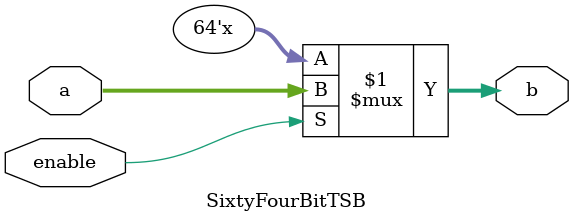
<source format=v>
module SixtyFourBitTSB(a,b,enable);
	input [63:0] a;
	output [63:0] b;
	input enable;
	
	assign b = enable ? a : 64'bzzzzzzzzzzzzzzzzzzzzzzzzzzzzzzzzzzzzzzzzzzzzzzzzzzzzzzzzzzzzzzzz;
endmodule 
</source>
